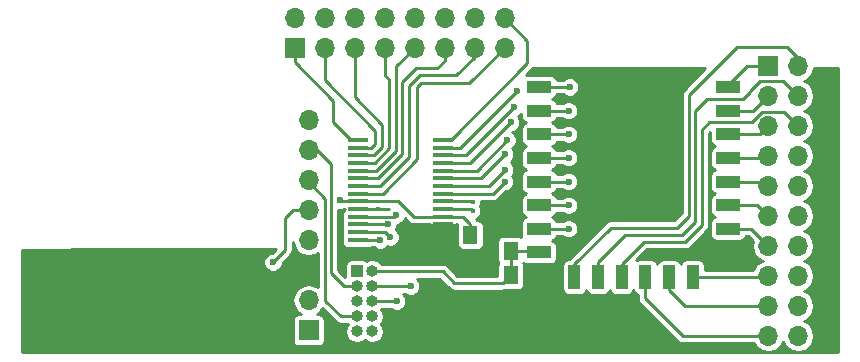
<source format=gbr>
G04 #@! TF.FileFunction,Copper,L1,Top,Signal*
%FSLAX46Y46*%
G04 Gerber Fmt 4.6, Leading zero omitted, Abs format (unit mm)*
G04 Created by KiCad (PCBNEW 4.0.5+dfsg1-4) date Sat Sep  9 17:34:41 2017*
%MOMM*%
%LPD*%
G01*
G04 APERTURE LIST*
%ADD10C,0.100000*%
%ADD11C,0.381000*%
%ADD12R,2.000000X1.000000*%
%ADD13R,1.000000X2.000000*%
%ADD14R,5.000000X5.000000*%
%ADD15R,1.700000X1.700000*%
%ADD16O,1.700000X1.700000*%
%ADD17R,1.250000X1.500000*%
%ADD18R,1.750000X0.450000*%
%ADD19R,1.000000X1.000000*%
%ADD20O,1.000000X1.000000*%
%ADD21C,0.600000*%
%ADD22C,0.250000*%
%ADD23C,0.254000*%
G04 APERTURE END LIST*
D10*
D11*
X125404880Y-109758480D03*
X126222760Y-109758480D03*
X127863600Y-109783880D03*
X127045720Y-109783880D03*
X130286760Y-109804200D03*
X131104640Y-109804200D03*
X129463800Y-109778800D03*
X128645920Y-109778800D03*
X145500000Y-100400000D03*
X155500000Y-111000000D03*
X156300000Y-111000000D03*
X157100000Y-111000000D03*
X157900000Y-111000000D03*
X171100000Y-104200000D03*
X171900000Y-104200000D03*
X169500000Y-104200000D03*
X170300000Y-104200000D03*
X160400000Y-88900000D03*
X161200000Y-88900000D03*
X162000000Y-88900000D03*
X162800000Y-88900000D03*
X169100000Y-101100000D03*
X169900000Y-101100000D03*
X163900000Y-99100000D03*
X164700000Y-99100000D03*
X163900000Y-97100000D03*
X164700000Y-97100000D03*
X149600000Y-103900000D03*
X149600000Y-103100000D03*
X149600000Y-102300000D03*
D12*
X159100000Y-104100000D03*
X159100000Y-100100000D03*
X159100000Y-102100000D03*
X159100000Y-96100000D03*
X159100000Y-98100000D03*
X159100000Y-94100000D03*
X159100000Y-92100000D03*
X159100000Y-90100000D03*
D13*
X162100000Y-106200000D03*
X164100000Y-106200000D03*
X166100000Y-106200000D03*
X168100000Y-106200000D03*
X170100000Y-106200000D03*
X172100000Y-106200000D03*
D12*
X175100000Y-90100000D03*
X175100000Y-92100000D03*
X175100000Y-94100000D03*
X175100000Y-98100000D03*
X175100000Y-96100000D03*
X175100000Y-102100000D03*
X175100000Y-100100000D03*
X175100000Y-104100000D03*
D14*
X167100000Y-98200000D03*
D15*
X138400000Y-86800000D03*
D16*
X138400000Y-84260000D03*
X140940000Y-86800000D03*
X140940000Y-84260000D03*
X143480000Y-86800000D03*
X143480000Y-84260000D03*
X146020000Y-86800000D03*
X146020000Y-84260000D03*
X148560000Y-86800000D03*
X148560000Y-84260000D03*
X151100000Y-86800000D03*
X151100000Y-84260000D03*
X153640000Y-86800000D03*
X153640000Y-84260000D03*
X156180000Y-86800000D03*
X156180000Y-84260000D03*
D17*
X153300000Y-102650000D03*
X153300000Y-105150000D03*
X156700000Y-106050000D03*
X156700000Y-108550000D03*
X156700000Y-103950000D03*
X156700000Y-101450000D03*
D11*
X153500000Y-100600000D03*
X153500000Y-99800000D03*
D18*
X143800000Y-94575000D03*
X143800000Y-95225000D03*
X143800000Y-95875000D03*
X143800000Y-96525000D03*
X143800000Y-97175000D03*
X143800000Y-97825000D03*
X143800000Y-98475000D03*
X143800000Y-99125000D03*
X143800000Y-99775000D03*
X143800000Y-100425000D03*
X143800000Y-101075000D03*
X143800000Y-101725000D03*
X143800000Y-102375000D03*
X143800000Y-103025000D03*
X151000000Y-103025000D03*
X151000000Y-102375000D03*
X151000000Y-101725000D03*
X151000000Y-101075000D03*
X151000000Y-100425000D03*
X151000000Y-99775000D03*
X151000000Y-99125000D03*
X151000000Y-98475000D03*
X151000000Y-97825000D03*
X151000000Y-97175000D03*
X151000000Y-96525000D03*
X151000000Y-95875000D03*
X151000000Y-95225000D03*
X151000000Y-94575000D03*
D19*
X143700000Y-105700000D03*
D20*
X144970000Y-105700000D03*
X143700000Y-106970000D03*
X144970000Y-106970000D03*
X143700000Y-108240000D03*
X144970000Y-108240000D03*
X143700000Y-109510000D03*
X144970000Y-109510000D03*
X143700000Y-110780000D03*
X144970000Y-110780000D03*
D15*
X139600000Y-110700000D03*
D16*
X139600000Y-108160000D03*
X139600000Y-105620000D03*
X139600000Y-103080000D03*
X139600000Y-100540000D03*
X139600000Y-98000000D03*
X139600000Y-95460000D03*
X139600000Y-92920000D03*
D15*
X178500000Y-88300000D03*
D16*
X181040000Y-88300000D03*
X178500000Y-90840000D03*
X181040000Y-90840000D03*
X178500000Y-93380000D03*
X181040000Y-93380000D03*
X178500000Y-95920000D03*
X181040000Y-95920000D03*
X178500000Y-98460000D03*
X181040000Y-98460000D03*
X178500000Y-101000000D03*
X181040000Y-101000000D03*
X178500000Y-103540000D03*
X181040000Y-103540000D03*
X178500000Y-106080000D03*
X181040000Y-106080000D03*
X178500000Y-108620000D03*
X181040000Y-108620000D03*
X178500000Y-111160000D03*
X181040000Y-111160000D03*
D15*
X150300000Y-110300000D03*
D16*
X152840000Y-110300000D03*
D21*
X161600000Y-102100000D03*
X161600000Y-100100000D03*
X161600000Y-98100000D03*
X161600000Y-96100000D03*
X161600000Y-94100000D03*
X161600000Y-92100000D03*
X161700000Y-90100000D03*
X136575800Y-104937560D03*
X142265400Y-99664520D03*
X146502120Y-102809040D03*
X145648680Y-103068120D03*
X146304000Y-101727000D03*
X147050760Y-108234480D03*
X146974560Y-100949760D03*
X148254720Y-106969560D03*
X156200000Y-98100000D03*
X156200000Y-97100000D03*
X156200000Y-95800000D03*
X156400000Y-94600000D03*
X156700000Y-93100000D03*
X157000000Y-91800000D03*
X157200000Y-90400000D03*
D22*
X151000000Y-101725000D02*
X151000000Y-102375000D01*
X143800000Y-100425000D02*
X145475000Y-100425000D01*
X145475000Y-100425000D02*
X145500000Y-100400000D01*
X139600000Y-95460000D02*
X140326560Y-95460000D01*
X140326560Y-95460000D02*
X141470802Y-96604242D01*
X142601120Y-106970000D02*
X143700000Y-106970000D01*
X141470802Y-105839682D02*
X142601120Y-106970000D01*
X141470802Y-96604242D02*
X141470802Y-105839682D01*
X139600000Y-98000000D02*
X139600000Y-98126880D01*
X139600000Y-98126880D02*
X141020800Y-99547680D01*
X142326800Y-109510000D02*
X143700000Y-109510000D01*
X141020800Y-108204000D02*
X142326800Y-109510000D01*
X141020800Y-99547680D02*
X141020800Y-108204000D01*
X175100000Y-90100000D02*
X175100000Y-89900000D01*
X175100000Y-89900000D02*
X176700000Y-88300000D01*
X176700000Y-88300000D02*
X178500000Y-88300000D01*
X175100000Y-92100000D02*
X177240000Y-92100000D01*
X177240000Y-92100000D02*
X178500000Y-90840000D01*
X175100000Y-94100000D02*
X177780000Y-94100000D01*
X177780000Y-94100000D02*
X178500000Y-93380000D01*
X175100000Y-96100000D02*
X178320000Y-96100000D01*
X178320000Y-96100000D02*
X178500000Y-95920000D01*
X175100000Y-98100000D02*
X178140000Y-98100000D01*
X178140000Y-98100000D02*
X178500000Y-98460000D01*
X175100000Y-100100000D02*
X177600000Y-100100000D01*
X177600000Y-100100000D02*
X178500000Y-101000000D01*
X175100000Y-102100000D02*
X177060000Y-102100000D01*
X177060000Y-102100000D02*
X178500000Y-103540000D01*
X172100000Y-106200000D02*
X178380000Y-106200000D01*
X178380000Y-106200000D02*
X178500000Y-106080000D01*
X170100000Y-106200000D02*
X170100000Y-107300000D01*
X171420000Y-108620000D02*
X178500000Y-108620000D01*
X170100000Y-107300000D02*
X171420000Y-108620000D01*
X168100000Y-106200000D02*
X168100000Y-108000000D01*
X171260000Y-111160000D02*
X178500000Y-111160000D01*
X168100000Y-108000000D02*
X171260000Y-111160000D01*
X162100000Y-106200000D02*
X162100000Y-105100000D01*
X180100000Y-86700000D02*
X181040000Y-87640000D01*
X175900000Y-86700000D02*
X180100000Y-86700000D01*
X171800000Y-90800000D02*
X175900000Y-86700000D01*
X171800000Y-101000000D02*
X171800000Y-90800000D01*
X170800000Y-102000000D02*
X171800000Y-101000000D01*
X165200000Y-102000000D02*
X170800000Y-102000000D01*
X162100000Y-105100000D02*
X165200000Y-102000000D01*
X181040000Y-87640000D02*
X181040000Y-88300000D01*
X164100000Y-106200000D02*
X164100000Y-104900000D01*
X179800000Y-89600000D02*
X181040000Y-90840000D01*
X177800000Y-89600000D02*
X179800000Y-89600000D01*
X177000000Y-90400000D02*
X177800000Y-89600000D01*
X177000000Y-90500000D02*
X177000000Y-90400000D01*
X176400000Y-91100000D02*
X177000000Y-90500000D01*
X173300000Y-91100000D02*
X176400000Y-91100000D01*
X172300000Y-92100000D02*
X173300000Y-91100000D01*
X172300000Y-101500000D02*
X172300000Y-92100000D01*
X171200000Y-102600000D02*
X172300000Y-101500000D01*
X166400000Y-102600000D02*
X171200000Y-102600000D01*
X164100000Y-104900000D02*
X166400000Y-102600000D01*
X166100000Y-106200000D02*
X166100000Y-105100000D01*
X179860000Y-92200000D02*
X181040000Y-93380000D01*
X178000000Y-92200000D02*
X179860000Y-92200000D01*
X177100000Y-93100000D02*
X178000000Y-92200000D01*
X173500000Y-93100000D02*
X177100000Y-93100000D01*
X172900000Y-93700000D02*
X173500000Y-93100000D01*
X172900000Y-101800000D02*
X172900000Y-93700000D01*
X171500000Y-103200000D02*
X172900000Y-101800000D01*
X168000000Y-103200000D02*
X171500000Y-103200000D01*
X166100000Y-105100000D02*
X168000000Y-103200000D01*
X159100000Y-102100000D02*
X161600000Y-102100000D01*
X159100000Y-100100000D02*
X161600000Y-100100000D01*
X159100000Y-98100000D02*
X161600000Y-98100000D01*
X159100000Y-96100000D02*
X161600000Y-96100000D01*
X159100000Y-94100000D02*
X161600000Y-94100000D01*
X159100000Y-92100000D02*
X161600000Y-92100000D01*
X159100000Y-90100000D02*
X161700000Y-90100000D01*
X138280960Y-100540000D02*
X139600000Y-100540000D01*
X137612120Y-101208840D02*
X138280960Y-100540000D01*
X137612120Y-103901240D02*
X137612120Y-101208840D01*
X136575800Y-104937560D02*
X137612120Y-103901240D01*
X142265400Y-99664520D02*
X142375000Y-99775000D01*
X142375000Y-99775000D02*
X143800000Y-99775000D01*
X153300000Y-102650000D02*
X153300000Y-102800000D01*
X143800000Y-99775000D02*
X147175000Y-99775000D01*
X148475000Y-101075000D02*
X151000000Y-101075000D01*
X147175000Y-99775000D02*
X148475000Y-101075000D01*
X151000000Y-101075000D02*
X152675000Y-101075000D01*
X152675000Y-101075000D02*
X153300000Y-101700000D01*
X153300000Y-101700000D02*
X153300000Y-102650000D01*
X143800000Y-102375000D02*
X146068080Y-102375000D01*
X146068080Y-102375000D02*
X146502120Y-102809040D01*
X145648680Y-103068120D02*
X145605560Y-103025000D01*
X145605560Y-103025000D02*
X143800000Y-103025000D01*
X144970000Y-108240000D02*
X147045240Y-108240000D01*
X146302000Y-101725000D02*
X143800000Y-101725000D01*
X146304000Y-101727000D02*
X146302000Y-101725000D01*
X147045240Y-108240000D02*
X147050760Y-108234480D01*
X144970000Y-108240000D02*
X145360000Y-108240000D01*
X144970000Y-106970000D02*
X148254280Y-106970000D01*
X146849320Y-101075000D02*
X143800000Y-101075000D01*
X146974560Y-100949760D02*
X146849320Y-101075000D01*
X148254280Y-106970000D02*
X148254720Y-106969560D01*
X151000000Y-99125000D02*
X155175000Y-99125000D01*
X155175000Y-99125000D02*
X156200000Y-98100000D01*
X151000000Y-98475000D02*
X154825000Y-98475000D01*
X154825000Y-98475000D02*
X156200000Y-97100000D01*
X151000000Y-97825000D02*
X154175000Y-97825000D01*
X154175000Y-97825000D02*
X156200000Y-95800000D01*
X151000000Y-97175000D02*
X153825000Y-97175000D01*
X153825000Y-97175000D02*
X156400000Y-94600000D01*
X151000000Y-100425000D02*
X153325000Y-100425000D01*
X153325000Y-100425000D02*
X153500000Y-100600000D01*
X151000000Y-99775000D02*
X153425000Y-99775000D01*
X144970000Y-105700000D02*
X150932320Y-105700000D01*
X156054760Y-106695240D02*
X156700000Y-106050000D01*
X151927560Y-106695240D02*
X156054760Y-106695240D01*
X150932320Y-105700000D02*
X151927560Y-106695240D01*
X144970000Y-105700000D02*
X145300000Y-105700000D01*
X156700000Y-103950000D02*
X158950000Y-103950000D01*
X158950000Y-103950000D02*
X159100000Y-104100000D01*
X156700000Y-106050000D02*
X156700000Y-103950000D01*
X143800000Y-94575000D02*
X143175000Y-94575000D01*
X143175000Y-94575000D02*
X141700000Y-93100000D01*
X141700000Y-93100000D02*
X141700000Y-91300000D01*
X141700000Y-91300000D02*
X138400000Y-88000000D01*
X138400000Y-88000000D02*
X138400000Y-86800000D01*
X143800000Y-95225000D02*
X144875000Y-95225000D01*
X140940000Y-89540000D02*
X140940000Y-86800000D01*
X145200000Y-93800000D02*
X140940000Y-89540000D01*
X145200000Y-94900000D02*
X145200000Y-93800000D01*
X144875000Y-95225000D02*
X145200000Y-94900000D01*
X143800000Y-95875000D02*
X145125000Y-95875000D01*
X143480000Y-90980000D02*
X143480000Y-86800000D01*
X145800000Y-93300000D02*
X143480000Y-90980000D01*
X145800000Y-95200000D02*
X145800000Y-93300000D01*
X145125000Y-95875000D02*
X145800000Y-95200000D01*
X143800000Y-96525000D02*
X145175000Y-96525000D01*
X146020000Y-89120000D02*
X146020000Y-86800000D01*
X146400000Y-89500000D02*
X146020000Y-89120000D01*
X146400000Y-95300000D02*
X146400000Y-89500000D01*
X145175000Y-96525000D02*
X146400000Y-95300000D01*
X143800000Y-97175000D02*
X145325000Y-97175000D01*
X147000000Y-88360000D02*
X148560000Y-86800000D01*
X147000000Y-95500000D02*
X147000000Y-88360000D01*
X145325000Y-97175000D02*
X147000000Y-95500000D01*
X151000000Y-96525000D02*
X153275000Y-96525000D01*
X153275000Y-96525000D02*
X156700000Y-93100000D01*
X143800000Y-97825000D02*
X145475000Y-97825000D01*
X151100000Y-87900000D02*
X151100000Y-86800000D01*
X150500000Y-88500000D02*
X151100000Y-87900000D01*
X148700000Y-88500000D02*
X150500000Y-88500000D01*
X147500000Y-89700000D02*
X148700000Y-88500000D01*
X147500000Y-95800000D02*
X147500000Y-89700000D01*
X145475000Y-97825000D02*
X147500000Y-95800000D01*
X151000000Y-95875000D02*
X152925000Y-95875000D01*
X152925000Y-95875000D02*
X157000000Y-91800000D01*
X143800000Y-98475000D02*
X145625000Y-98475000D01*
X152100000Y-89100000D02*
X153640000Y-87560000D01*
X149000000Y-89100000D02*
X152100000Y-89100000D01*
X148100000Y-90000000D02*
X149000000Y-89100000D01*
X148100000Y-96000000D02*
X148100000Y-90000000D01*
X145625000Y-98475000D02*
X148100000Y-96000000D01*
X153640000Y-87560000D02*
X153640000Y-86800000D01*
X151000000Y-95225000D02*
X152375000Y-95225000D01*
X152375000Y-95225000D02*
X157200000Y-90400000D01*
X143800000Y-99125000D02*
X145875000Y-99125000D01*
X153180000Y-89800000D02*
X156180000Y-86800000D01*
X149100000Y-89800000D02*
X153180000Y-89800000D01*
X148800000Y-90100000D02*
X149100000Y-89800000D01*
X148800000Y-96200000D02*
X148800000Y-90100000D01*
X145875000Y-99125000D02*
X148800000Y-96200000D01*
X151000000Y-94575000D02*
X151625000Y-94575000D01*
X151625000Y-94575000D02*
X158100000Y-88100000D01*
X158100000Y-88100000D02*
X158100000Y-86180000D01*
X158100000Y-86180000D02*
X156180000Y-84260000D01*
D23*
G36*
X171352401Y-90352401D02*
X171215184Y-90557761D01*
X171166999Y-90800000D01*
X171167000Y-90800005D01*
X171167000Y-100737803D01*
X170537802Y-101367000D01*
X165200005Y-101367000D01*
X165200000Y-101366999D01*
X164957761Y-101415184D01*
X164752401Y-101552401D01*
X161652401Y-104652401D01*
X161632592Y-104682048D01*
X161600000Y-104682048D01*
X161411747Y-104717470D01*
X161238847Y-104828728D01*
X161122855Y-104998488D01*
X161082048Y-105200000D01*
X161082048Y-107200000D01*
X161117470Y-107388253D01*
X161228728Y-107561153D01*
X161398488Y-107677145D01*
X161600000Y-107717952D01*
X162600000Y-107717952D01*
X162788253Y-107682530D01*
X162961153Y-107571272D01*
X163077145Y-107401512D01*
X163099341Y-107291905D01*
X163117470Y-107388253D01*
X163228728Y-107561153D01*
X163398488Y-107677145D01*
X163600000Y-107717952D01*
X164600000Y-107717952D01*
X164788253Y-107682530D01*
X164961153Y-107571272D01*
X165077145Y-107401512D01*
X165099341Y-107291905D01*
X165117470Y-107388253D01*
X165228728Y-107561153D01*
X165398488Y-107677145D01*
X165600000Y-107717952D01*
X166600000Y-107717952D01*
X166788253Y-107682530D01*
X166961153Y-107571272D01*
X167077145Y-107401512D01*
X167099341Y-107291905D01*
X167117470Y-107388253D01*
X167228728Y-107561153D01*
X167398488Y-107677145D01*
X167467000Y-107691019D01*
X167467000Y-107999995D01*
X167466999Y-108000000D01*
X167515184Y-108242239D01*
X167652401Y-108447599D01*
X170812399Y-111607596D01*
X170812401Y-111607599D01*
X171017761Y-111744816D01*
X171051424Y-111751512D01*
X171260000Y-111793001D01*
X171260005Y-111793000D01*
X177294482Y-111793000D01*
X177513144Y-112120251D01*
X177953711Y-112414628D01*
X178473395Y-112518000D01*
X178526605Y-112518000D01*
X179046289Y-112414628D01*
X179486856Y-112120251D01*
X179770000Y-111696495D01*
X180053144Y-112120251D01*
X180493711Y-112414628D01*
X181013395Y-112518000D01*
X181066605Y-112518000D01*
X181586289Y-112414628D01*
X182026856Y-112120251D01*
X182321233Y-111679684D01*
X182424605Y-111160000D01*
X182321233Y-110640316D01*
X182026856Y-110199749D01*
X181586289Y-109905372D01*
X181509009Y-109890000D01*
X181586289Y-109874628D01*
X182026856Y-109580251D01*
X182321233Y-109139684D01*
X182424605Y-108620000D01*
X182321233Y-108100316D01*
X182026856Y-107659749D01*
X181586289Y-107365372D01*
X181509009Y-107350000D01*
X181586289Y-107334628D01*
X182026856Y-107040251D01*
X182321233Y-106599684D01*
X182424605Y-106080000D01*
X182321233Y-105560316D01*
X182026856Y-105119749D01*
X181586289Y-104825372D01*
X181509009Y-104810000D01*
X181586289Y-104794628D01*
X182026856Y-104500251D01*
X182321233Y-104059684D01*
X182424605Y-103540000D01*
X182321233Y-103020316D01*
X182026856Y-102579749D01*
X181586289Y-102285372D01*
X181509009Y-102270000D01*
X181586289Y-102254628D01*
X182026856Y-101960251D01*
X182321233Y-101519684D01*
X182424605Y-101000000D01*
X182321233Y-100480316D01*
X182026856Y-100039749D01*
X181586289Y-99745372D01*
X181509009Y-99730000D01*
X181586289Y-99714628D01*
X182026856Y-99420251D01*
X182321233Y-98979684D01*
X182424605Y-98460000D01*
X182321233Y-97940316D01*
X182026856Y-97499749D01*
X181586289Y-97205372D01*
X181509009Y-97190000D01*
X181586289Y-97174628D01*
X182026856Y-96880251D01*
X182321233Y-96439684D01*
X182424605Y-95920000D01*
X182321233Y-95400316D01*
X182026856Y-94959749D01*
X181586289Y-94665372D01*
X181509009Y-94650000D01*
X181586289Y-94634628D01*
X182026856Y-94340251D01*
X182321233Y-93899684D01*
X182424605Y-93380000D01*
X182321233Y-92860316D01*
X182026856Y-92419749D01*
X181586289Y-92125372D01*
X181509009Y-92110000D01*
X181586289Y-92094628D01*
X182026856Y-91800251D01*
X182321233Y-91359684D01*
X182424605Y-90840000D01*
X182321233Y-90320316D01*
X182026856Y-89879749D01*
X181586289Y-89585372D01*
X181509009Y-89570000D01*
X181586289Y-89554628D01*
X182026856Y-89260251D01*
X182321233Y-88819684D01*
X182379452Y-88527000D01*
X184442000Y-88527000D01*
X184442000Y-112522000D01*
X136750000Y-112522000D01*
X136745000Y-112522995D01*
X136740000Y-112522000D01*
X127890000Y-112522000D01*
X127886602Y-112522676D01*
X127883038Y-112521967D01*
X115327000Y-112521967D01*
X115327000Y-103906811D01*
X119257073Y-103906811D01*
X119362676Y-103885805D01*
X119468483Y-103865212D01*
X119469461Y-103864565D01*
X119470610Y-103864336D01*
X119526487Y-103827000D01*
X136791163Y-103827000D01*
X136488679Y-104129483D01*
X136415784Y-104129420D01*
X136118703Y-104252171D01*
X135891210Y-104479267D01*
X135767940Y-104776134D01*
X135767660Y-105097576D01*
X135890411Y-105394657D01*
X136117507Y-105622150D01*
X136414374Y-105745420D01*
X136735816Y-105745700D01*
X137032897Y-105622949D01*
X137260390Y-105395853D01*
X137383660Y-105098986D01*
X137383725Y-105024833D01*
X138059716Y-104348841D01*
X138059719Y-104348839D01*
X138196936Y-104143479D01*
X138213604Y-104059684D01*
X138245121Y-103901240D01*
X138245120Y-103901235D01*
X138245120Y-103229437D01*
X138318767Y-103599684D01*
X138613144Y-104040251D01*
X139053711Y-104334628D01*
X139573395Y-104438000D01*
X139626605Y-104438000D01*
X140146289Y-104334628D01*
X140387800Y-104173256D01*
X140387800Y-107066744D01*
X140146289Y-106905372D01*
X139626605Y-106802000D01*
X139573395Y-106802000D01*
X139053711Y-106905372D01*
X138613144Y-107199749D01*
X138318767Y-107640316D01*
X138215395Y-108160000D01*
X138318767Y-108679684D01*
X138613144Y-109120251D01*
X138930121Y-109332048D01*
X138750000Y-109332048D01*
X138561747Y-109367470D01*
X138388847Y-109478728D01*
X138272855Y-109648488D01*
X138232048Y-109850000D01*
X138232048Y-111550000D01*
X138267470Y-111738253D01*
X138378728Y-111911153D01*
X138548488Y-112027145D01*
X138750000Y-112067952D01*
X140450000Y-112067952D01*
X140638253Y-112032530D01*
X140811153Y-111921272D01*
X140927145Y-111751512D01*
X140967952Y-111550000D01*
X140967952Y-109850000D01*
X140932530Y-109661747D01*
X140821272Y-109488847D01*
X140651512Y-109372855D01*
X140450000Y-109332048D01*
X140269879Y-109332048D01*
X140586856Y-109120251D01*
X140769102Y-108847500D01*
X141879201Y-109957599D01*
X142084561Y-110094816D01*
X142124752Y-110102810D01*
X142326800Y-110143001D01*
X142326805Y-110143000D01*
X142914191Y-110143000D01*
X142915528Y-110145000D01*
X142748981Y-110394255D01*
X142672252Y-110780000D01*
X142748981Y-111165745D01*
X142967488Y-111492764D01*
X143294507Y-111711271D01*
X143680252Y-111788000D01*
X143719748Y-111788000D01*
X144105493Y-111711271D01*
X144335000Y-111557919D01*
X144564507Y-111711271D01*
X144950252Y-111788000D01*
X144989748Y-111788000D01*
X145375493Y-111711271D01*
X145702512Y-111492764D01*
X145921019Y-111165745D01*
X145997748Y-110780000D01*
X145921019Y-110394255D01*
X145754472Y-110145000D01*
X145921019Y-109895745D01*
X145997748Y-109510000D01*
X145921019Y-109124255D01*
X145754472Y-108875000D01*
X145755809Y-108873000D01*
X146546477Y-108873000D01*
X146592467Y-108919070D01*
X146889334Y-109042340D01*
X147210776Y-109042620D01*
X147507857Y-108919869D01*
X147735350Y-108692773D01*
X147858620Y-108395906D01*
X147858900Y-108074464D01*
X147736149Y-107777383D01*
X147562070Y-107603000D01*
X147745366Y-107603000D01*
X147796427Y-107654150D01*
X148093294Y-107777420D01*
X148414736Y-107777700D01*
X148711817Y-107654949D01*
X148939310Y-107427853D01*
X149062580Y-107130986D01*
X149062860Y-106809544D01*
X148940109Y-106512463D01*
X148760959Y-106333000D01*
X150670122Y-106333000D01*
X151479961Y-107142839D01*
X151685321Y-107280056D01*
X151697759Y-107282530D01*
X151927560Y-107328241D01*
X151927565Y-107328240D01*
X156054755Y-107328240D01*
X156054760Y-107328241D01*
X156106486Y-107317952D01*
X157325000Y-107317952D01*
X157513253Y-107282530D01*
X157686153Y-107171272D01*
X157802145Y-107001512D01*
X157842952Y-106800000D01*
X157842952Y-105300000D01*
X157807530Y-105111747D01*
X157735249Y-104999418D01*
X157750997Y-104976369D01*
X157898488Y-105077145D01*
X158100000Y-105117952D01*
X160100000Y-105117952D01*
X160288253Y-105082530D01*
X160461153Y-104971272D01*
X160577145Y-104801512D01*
X160617952Y-104600000D01*
X160617952Y-103600000D01*
X160582530Y-103411747D01*
X160471272Y-103238847D01*
X160301512Y-103122855D01*
X160191905Y-103100659D01*
X160288253Y-103082530D01*
X160461153Y-102971272D01*
X160577145Y-102801512D01*
X160591019Y-102733000D01*
X161090207Y-102733000D01*
X161141707Y-102784590D01*
X161438574Y-102907860D01*
X161760016Y-102908140D01*
X162057097Y-102785389D01*
X162284590Y-102558293D01*
X162407860Y-102261426D01*
X162408140Y-101939984D01*
X162285389Y-101642903D01*
X162058293Y-101415410D01*
X161761426Y-101292140D01*
X161439984Y-101291860D01*
X161142903Y-101414611D01*
X161090422Y-101467000D01*
X160592926Y-101467000D01*
X160582530Y-101411747D01*
X160471272Y-101238847D01*
X160301512Y-101122855D01*
X160191905Y-101100659D01*
X160288253Y-101082530D01*
X160461153Y-100971272D01*
X160577145Y-100801512D01*
X160591019Y-100733000D01*
X161090207Y-100733000D01*
X161141707Y-100784590D01*
X161438574Y-100907860D01*
X161760016Y-100908140D01*
X162057097Y-100785389D01*
X162284590Y-100558293D01*
X162407860Y-100261426D01*
X162408140Y-99939984D01*
X162285389Y-99642903D01*
X162058293Y-99415410D01*
X161761426Y-99292140D01*
X161439984Y-99291860D01*
X161142903Y-99414611D01*
X161090422Y-99467000D01*
X160592926Y-99467000D01*
X160582530Y-99411747D01*
X160471272Y-99238847D01*
X160301512Y-99122855D01*
X160191905Y-99100659D01*
X160288253Y-99082530D01*
X160461153Y-98971272D01*
X160577145Y-98801512D01*
X160591019Y-98733000D01*
X161090207Y-98733000D01*
X161141707Y-98784590D01*
X161438574Y-98907860D01*
X161760016Y-98908140D01*
X162057097Y-98785389D01*
X162284590Y-98558293D01*
X162407860Y-98261426D01*
X162408140Y-97939984D01*
X162285389Y-97642903D01*
X162058293Y-97415410D01*
X161761426Y-97292140D01*
X161439984Y-97291860D01*
X161142903Y-97414611D01*
X161090422Y-97467000D01*
X160592926Y-97467000D01*
X160582530Y-97411747D01*
X160471272Y-97238847D01*
X160301512Y-97122855D01*
X160191905Y-97100659D01*
X160288253Y-97082530D01*
X160461153Y-96971272D01*
X160577145Y-96801512D01*
X160591019Y-96733000D01*
X161090207Y-96733000D01*
X161141707Y-96784590D01*
X161438574Y-96907860D01*
X161760016Y-96908140D01*
X162057097Y-96785389D01*
X162284590Y-96558293D01*
X162407860Y-96261426D01*
X162408140Y-95939984D01*
X162285389Y-95642903D01*
X162058293Y-95415410D01*
X161761426Y-95292140D01*
X161439984Y-95291860D01*
X161142903Y-95414611D01*
X161090422Y-95467000D01*
X160592926Y-95467000D01*
X160582530Y-95411747D01*
X160471272Y-95238847D01*
X160301512Y-95122855D01*
X160191905Y-95100659D01*
X160288253Y-95082530D01*
X160461153Y-94971272D01*
X160577145Y-94801512D01*
X160591019Y-94733000D01*
X161090207Y-94733000D01*
X161141707Y-94784590D01*
X161438574Y-94907860D01*
X161760016Y-94908140D01*
X162057097Y-94785389D01*
X162284590Y-94558293D01*
X162407860Y-94261426D01*
X162408140Y-93939984D01*
X162285389Y-93642903D01*
X162058293Y-93415410D01*
X161761426Y-93292140D01*
X161439984Y-93291860D01*
X161142903Y-93414611D01*
X161090422Y-93467000D01*
X160592926Y-93467000D01*
X160582530Y-93411747D01*
X160471272Y-93238847D01*
X160301512Y-93122855D01*
X160191905Y-93100659D01*
X160288253Y-93082530D01*
X160461153Y-92971272D01*
X160577145Y-92801512D01*
X160591019Y-92733000D01*
X161090207Y-92733000D01*
X161141707Y-92784590D01*
X161438574Y-92907860D01*
X161760016Y-92908140D01*
X162057097Y-92785389D01*
X162284590Y-92558293D01*
X162407860Y-92261426D01*
X162408140Y-91939984D01*
X162285389Y-91642903D01*
X162058293Y-91415410D01*
X161761426Y-91292140D01*
X161439984Y-91291860D01*
X161142903Y-91414611D01*
X161090422Y-91467000D01*
X160592926Y-91467000D01*
X160582530Y-91411747D01*
X160471272Y-91238847D01*
X160301512Y-91122855D01*
X160191905Y-91100659D01*
X160288253Y-91082530D01*
X160461153Y-90971272D01*
X160577145Y-90801512D01*
X160591019Y-90733000D01*
X161190207Y-90733000D01*
X161241707Y-90784590D01*
X161538574Y-90907860D01*
X161860016Y-90908140D01*
X162157097Y-90785389D01*
X162384590Y-90558293D01*
X162507860Y-90261426D01*
X162508140Y-89939984D01*
X162385389Y-89642903D01*
X162158293Y-89415410D01*
X161861426Y-89292140D01*
X161539984Y-89291860D01*
X161242903Y-89414611D01*
X161190422Y-89467000D01*
X160592926Y-89467000D01*
X160582530Y-89411747D01*
X160471272Y-89238847D01*
X160301512Y-89122855D01*
X160100000Y-89082048D01*
X158100000Y-89082048D01*
X157993019Y-89102178D01*
X158547596Y-88547601D01*
X158547599Y-88547599D01*
X158561363Y-88527000D01*
X173177802Y-88527000D01*
X171352401Y-90352401D01*
X171352401Y-90352401D01*
G37*
X171352401Y-90352401D02*
X171215184Y-90557761D01*
X171166999Y-90800000D01*
X171167000Y-90800005D01*
X171167000Y-100737803D01*
X170537802Y-101367000D01*
X165200005Y-101367000D01*
X165200000Y-101366999D01*
X164957761Y-101415184D01*
X164752401Y-101552401D01*
X161652401Y-104652401D01*
X161632592Y-104682048D01*
X161600000Y-104682048D01*
X161411747Y-104717470D01*
X161238847Y-104828728D01*
X161122855Y-104998488D01*
X161082048Y-105200000D01*
X161082048Y-107200000D01*
X161117470Y-107388253D01*
X161228728Y-107561153D01*
X161398488Y-107677145D01*
X161600000Y-107717952D01*
X162600000Y-107717952D01*
X162788253Y-107682530D01*
X162961153Y-107571272D01*
X163077145Y-107401512D01*
X163099341Y-107291905D01*
X163117470Y-107388253D01*
X163228728Y-107561153D01*
X163398488Y-107677145D01*
X163600000Y-107717952D01*
X164600000Y-107717952D01*
X164788253Y-107682530D01*
X164961153Y-107571272D01*
X165077145Y-107401512D01*
X165099341Y-107291905D01*
X165117470Y-107388253D01*
X165228728Y-107561153D01*
X165398488Y-107677145D01*
X165600000Y-107717952D01*
X166600000Y-107717952D01*
X166788253Y-107682530D01*
X166961153Y-107571272D01*
X167077145Y-107401512D01*
X167099341Y-107291905D01*
X167117470Y-107388253D01*
X167228728Y-107561153D01*
X167398488Y-107677145D01*
X167467000Y-107691019D01*
X167467000Y-107999995D01*
X167466999Y-108000000D01*
X167515184Y-108242239D01*
X167652401Y-108447599D01*
X170812399Y-111607596D01*
X170812401Y-111607599D01*
X171017761Y-111744816D01*
X171051424Y-111751512D01*
X171260000Y-111793001D01*
X171260005Y-111793000D01*
X177294482Y-111793000D01*
X177513144Y-112120251D01*
X177953711Y-112414628D01*
X178473395Y-112518000D01*
X178526605Y-112518000D01*
X179046289Y-112414628D01*
X179486856Y-112120251D01*
X179770000Y-111696495D01*
X180053144Y-112120251D01*
X180493711Y-112414628D01*
X181013395Y-112518000D01*
X181066605Y-112518000D01*
X181586289Y-112414628D01*
X182026856Y-112120251D01*
X182321233Y-111679684D01*
X182424605Y-111160000D01*
X182321233Y-110640316D01*
X182026856Y-110199749D01*
X181586289Y-109905372D01*
X181509009Y-109890000D01*
X181586289Y-109874628D01*
X182026856Y-109580251D01*
X182321233Y-109139684D01*
X182424605Y-108620000D01*
X182321233Y-108100316D01*
X182026856Y-107659749D01*
X181586289Y-107365372D01*
X181509009Y-107350000D01*
X181586289Y-107334628D01*
X182026856Y-107040251D01*
X182321233Y-106599684D01*
X182424605Y-106080000D01*
X182321233Y-105560316D01*
X182026856Y-105119749D01*
X181586289Y-104825372D01*
X181509009Y-104810000D01*
X181586289Y-104794628D01*
X182026856Y-104500251D01*
X182321233Y-104059684D01*
X182424605Y-103540000D01*
X182321233Y-103020316D01*
X182026856Y-102579749D01*
X181586289Y-102285372D01*
X181509009Y-102270000D01*
X181586289Y-102254628D01*
X182026856Y-101960251D01*
X182321233Y-101519684D01*
X182424605Y-101000000D01*
X182321233Y-100480316D01*
X182026856Y-100039749D01*
X181586289Y-99745372D01*
X181509009Y-99730000D01*
X181586289Y-99714628D01*
X182026856Y-99420251D01*
X182321233Y-98979684D01*
X182424605Y-98460000D01*
X182321233Y-97940316D01*
X182026856Y-97499749D01*
X181586289Y-97205372D01*
X181509009Y-97190000D01*
X181586289Y-97174628D01*
X182026856Y-96880251D01*
X182321233Y-96439684D01*
X182424605Y-95920000D01*
X182321233Y-95400316D01*
X182026856Y-94959749D01*
X181586289Y-94665372D01*
X181509009Y-94650000D01*
X181586289Y-94634628D01*
X182026856Y-94340251D01*
X182321233Y-93899684D01*
X182424605Y-93380000D01*
X182321233Y-92860316D01*
X182026856Y-92419749D01*
X181586289Y-92125372D01*
X181509009Y-92110000D01*
X181586289Y-92094628D01*
X182026856Y-91800251D01*
X182321233Y-91359684D01*
X182424605Y-90840000D01*
X182321233Y-90320316D01*
X182026856Y-89879749D01*
X181586289Y-89585372D01*
X181509009Y-89570000D01*
X181586289Y-89554628D01*
X182026856Y-89260251D01*
X182321233Y-88819684D01*
X182379452Y-88527000D01*
X184442000Y-88527000D01*
X184442000Y-112522000D01*
X136750000Y-112522000D01*
X136745000Y-112522995D01*
X136740000Y-112522000D01*
X127890000Y-112522000D01*
X127886602Y-112522676D01*
X127883038Y-112521967D01*
X115327000Y-112521967D01*
X115327000Y-103906811D01*
X119257073Y-103906811D01*
X119362676Y-103885805D01*
X119468483Y-103865212D01*
X119469461Y-103864565D01*
X119470610Y-103864336D01*
X119526487Y-103827000D01*
X136791163Y-103827000D01*
X136488679Y-104129483D01*
X136415784Y-104129420D01*
X136118703Y-104252171D01*
X135891210Y-104479267D01*
X135767940Y-104776134D01*
X135767660Y-105097576D01*
X135890411Y-105394657D01*
X136117507Y-105622150D01*
X136414374Y-105745420D01*
X136735816Y-105745700D01*
X137032897Y-105622949D01*
X137260390Y-105395853D01*
X137383660Y-105098986D01*
X137383725Y-105024833D01*
X138059716Y-104348841D01*
X138059719Y-104348839D01*
X138196936Y-104143479D01*
X138213604Y-104059684D01*
X138245121Y-103901240D01*
X138245120Y-103901235D01*
X138245120Y-103229437D01*
X138318767Y-103599684D01*
X138613144Y-104040251D01*
X139053711Y-104334628D01*
X139573395Y-104438000D01*
X139626605Y-104438000D01*
X140146289Y-104334628D01*
X140387800Y-104173256D01*
X140387800Y-107066744D01*
X140146289Y-106905372D01*
X139626605Y-106802000D01*
X139573395Y-106802000D01*
X139053711Y-106905372D01*
X138613144Y-107199749D01*
X138318767Y-107640316D01*
X138215395Y-108160000D01*
X138318767Y-108679684D01*
X138613144Y-109120251D01*
X138930121Y-109332048D01*
X138750000Y-109332048D01*
X138561747Y-109367470D01*
X138388847Y-109478728D01*
X138272855Y-109648488D01*
X138232048Y-109850000D01*
X138232048Y-111550000D01*
X138267470Y-111738253D01*
X138378728Y-111911153D01*
X138548488Y-112027145D01*
X138750000Y-112067952D01*
X140450000Y-112067952D01*
X140638253Y-112032530D01*
X140811153Y-111921272D01*
X140927145Y-111751512D01*
X140967952Y-111550000D01*
X140967952Y-109850000D01*
X140932530Y-109661747D01*
X140821272Y-109488847D01*
X140651512Y-109372855D01*
X140450000Y-109332048D01*
X140269879Y-109332048D01*
X140586856Y-109120251D01*
X140769102Y-108847500D01*
X141879201Y-109957599D01*
X142084561Y-110094816D01*
X142124752Y-110102810D01*
X142326800Y-110143001D01*
X142326805Y-110143000D01*
X142914191Y-110143000D01*
X142915528Y-110145000D01*
X142748981Y-110394255D01*
X142672252Y-110780000D01*
X142748981Y-111165745D01*
X142967488Y-111492764D01*
X143294507Y-111711271D01*
X143680252Y-111788000D01*
X143719748Y-111788000D01*
X144105493Y-111711271D01*
X144335000Y-111557919D01*
X144564507Y-111711271D01*
X144950252Y-111788000D01*
X144989748Y-111788000D01*
X145375493Y-111711271D01*
X145702512Y-111492764D01*
X145921019Y-111165745D01*
X145997748Y-110780000D01*
X145921019Y-110394255D01*
X145754472Y-110145000D01*
X145921019Y-109895745D01*
X145997748Y-109510000D01*
X145921019Y-109124255D01*
X145754472Y-108875000D01*
X145755809Y-108873000D01*
X146546477Y-108873000D01*
X146592467Y-108919070D01*
X146889334Y-109042340D01*
X147210776Y-109042620D01*
X147507857Y-108919869D01*
X147735350Y-108692773D01*
X147858620Y-108395906D01*
X147858900Y-108074464D01*
X147736149Y-107777383D01*
X147562070Y-107603000D01*
X147745366Y-107603000D01*
X147796427Y-107654150D01*
X148093294Y-107777420D01*
X148414736Y-107777700D01*
X148711817Y-107654949D01*
X148939310Y-107427853D01*
X149062580Y-107130986D01*
X149062860Y-106809544D01*
X148940109Y-106512463D01*
X148760959Y-106333000D01*
X150670122Y-106333000D01*
X151479961Y-107142839D01*
X151685321Y-107280056D01*
X151697759Y-107282530D01*
X151927560Y-107328241D01*
X151927565Y-107328240D01*
X156054755Y-107328240D01*
X156054760Y-107328241D01*
X156106486Y-107317952D01*
X157325000Y-107317952D01*
X157513253Y-107282530D01*
X157686153Y-107171272D01*
X157802145Y-107001512D01*
X157842952Y-106800000D01*
X157842952Y-105300000D01*
X157807530Y-105111747D01*
X157735249Y-104999418D01*
X157750997Y-104976369D01*
X157898488Y-105077145D01*
X158100000Y-105117952D01*
X160100000Y-105117952D01*
X160288253Y-105082530D01*
X160461153Y-104971272D01*
X160577145Y-104801512D01*
X160617952Y-104600000D01*
X160617952Y-103600000D01*
X160582530Y-103411747D01*
X160471272Y-103238847D01*
X160301512Y-103122855D01*
X160191905Y-103100659D01*
X160288253Y-103082530D01*
X160461153Y-102971272D01*
X160577145Y-102801512D01*
X160591019Y-102733000D01*
X161090207Y-102733000D01*
X161141707Y-102784590D01*
X161438574Y-102907860D01*
X161760016Y-102908140D01*
X162057097Y-102785389D01*
X162284590Y-102558293D01*
X162407860Y-102261426D01*
X162408140Y-101939984D01*
X162285389Y-101642903D01*
X162058293Y-101415410D01*
X161761426Y-101292140D01*
X161439984Y-101291860D01*
X161142903Y-101414611D01*
X161090422Y-101467000D01*
X160592926Y-101467000D01*
X160582530Y-101411747D01*
X160471272Y-101238847D01*
X160301512Y-101122855D01*
X160191905Y-101100659D01*
X160288253Y-101082530D01*
X160461153Y-100971272D01*
X160577145Y-100801512D01*
X160591019Y-100733000D01*
X161090207Y-100733000D01*
X161141707Y-100784590D01*
X161438574Y-100907860D01*
X161760016Y-100908140D01*
X162057097Y-100785389D01*
X162284590Y-100558293D01*
X162407860Y-100261426D01*
X162408140Y-99939984D01*
X162285389Y-99642903D01*
X162058293Y-99415410D01*
X161761426Y-99292140D01*
X161439984Y-99291860D01*
X161142903Y-99414611D01*
X161090422Y-99467000D01*
X160592926Y-99467000D01*
X160582530Y-99411747D01*
X160471272Y-99238847D01*
X160301512Y-99122855D01*
X160191905Y-99100659D01*
X160288253Y-99082530D01*
X160461153Y-98971272D01*
X160577145Y-98801512D01*
X160591019Y-98733000D01*
X161090207Y-98733000D01*
X161141707Y-98784590D01*
X161438574Y-98907860D01*
X161760016Y-98908140D01*
X162057097Y-98785389D01*
X162284590Y-98558293D01*
X162407860Y-98261426D01*
X162408140Y-97939984D01*
X162285389Y-97642903D01*
X162058293Y-97415410D01*
X161761426Y-97292140D01*
X161439984Y-97291860D01*
X161142903Y-97414611D01*
X161090422Y-97467000D01*
X160592926Y-97467000D01*
X160582530Y-97411747D01*
X160471272Y-97238847D01*
X160301512Y-97122855D01*
X160191905Y-97100659D01*
X160288253Y-97082530D01*
X160461153Y-96971272D01*
X160577145Y-96801512D01*
X160591019Y-96733000D01*
X161090207Y-96733000D01*
X161141707Y-96784590D01*
X161438574Y-96907860D01*
X161760016Y-96908140D01*
X162057097Y-96785389D01*
X162284590Y-96558293D01*
X162407860Y-96261426D01*
X162408140Y-95939984D01*
X162285389Y-95642903D01*
X162058293Y-95415410D01*
X161761426Y-95292140D01*
X161439984Y-95291860D01*
X161142903Y-95414611D01*
X161090422Y-95467000D01*
X160592926Y-95467000D01*
X160582530Y-95411747D01*
X160471272Y-95238847D01*
X160301512Y-95122855D01*
X160191905Y-95100659D01*
X160288253Y-95082530D01*
X160461153Y-94971272D01*
X160577145Y-94801512D01*
X160591019Y-94733000D01*
X161090207Y-94733000D01*
X161141707Y-94784590D01*
X161438574Y-94907860D01*
X161760016Y-94908140D01*
X162057097Y-94785389D01*
X162284590Y-94558293D01*
X162407860Y-94261426D01*
X162408140Y-93939984D01*
X162285389Y-93642903D01*
X162058293Y-93415410D01*
X161761426Y-93292140D01*
X161439984Y-93291860D01*
X161142903Y-93414611D01*
X161090422Y-93467000D01*
X160592926Y-93467000D01*
X160582530Y-93411747D01*
X160471272Y-93238847D01*
X160301512Y-93122855D01*
X160191905Y-93100659D01*
X160288253Y-93082530D01*
X160461153Y-92971272D01*
X160577145Y-92801512D01*
X160591019Y-92733000D01*
X161090207Y-92733000D01*
X161141707Y-92784590D01*
X161438574Y-92907860D01*
X161760016Y-92908140D01*
X162057097Y-92785389D01*
X162284590Y-92558293D01*
X162407860Y-92261426D01*
X162408140Y-91939984D01*
X162285389Y-91642903D01*
X162058293Y-91415410D01*
X161761426Y-91292140D01*
X161439984Y-91291860D01*
X161142903Y-91414611D01*
X161090422Y-91467000D01*
X160592926Y-91467000D01*
X160582530Y-91411747D01*
X160471272Y-91238847D01*
X160301512Y-91122855D01*
X160191905Y-91100659D01*
X160288253Y-91082530D01*
X160461153Y-90971272D01*
X160577145Y-90801512D01*
X160591019Y-90733000D01*
X161190207Y-90733000D01*
X161241707Y-90784590D01*
X161538574Y-90907860D01*
X161860016Y-90908140D01*
X162157097Y-90785389D01*
X162384590Y-90558293D01*
X162507860Y-90261426D01*
X162508140Y-89939984D01*
X162385389Y-89642903D01*
X162158293Y-89415410D01*
X161861426Y-89292140D01*
X161539984Y-89291860D01*
X161242903Y-89414611D01*
X161190422Y-89467000D01*
X160592926Y-89467000D01*
X160582530Y-89411747D01*
X160471272Y-89238847D01*
X160301512Y-89122855D01*
X160100000Y-89082048D01*
X158100000Y-89082048D01*
X157993019Y-89102178D01*
X158547596Y-88547601D01*
X158547599Y-88547599D01*
X158561363Y-88527000D01*
X173177802Y-88527000D01*
X171352401Y-90352401D01*
G36*
X157582048Y-92600000D02*
X157617470Y-92788253D01*
X157728728Y-92961153D01*
X157898488Y-93077145D01*
X158008095Y-93099341D01*
X157911747Y-93117470D01*
X157738847Y-93228728D01*
X157622855Y-93398488D01*
X157582048Y-93600000D01*
X157582048Y-94600000D01*
X157617470Y-94788253D01*
X157728728Y-94961153D01*
X157898488Y-95077145D01*
X158008095Y-95099341D01*
X157911747Y-95117470D01*
X157738847Y-95228728D01*
X157622855Y-95398488D01*
X157582048Y-95600000D01*
X157582048Y-96600000D01*
X157617470Y-96788253D01*
X157728728Y-96961153D01*
X157898488Y-97077145D01*
X158008095Y-97099341D01*
X157911747Y-97117470D01*
X157738847Y-97228728D01*
X157622855Y-97398488D01*
X157582048Y-97600000D01*
X157582048Y-98600000D01*
X157617470Y-98788253D01*
X157728728Y-98961153D01*
X157898488Y-99077145D01*
X158008095Y-99099341D01*
X157911747Y-99117470D01*
X157738847Y-99228728D01*
X157622855Y-99398488D01*
X157582048Y-99600000D01*
X157582048Y-100600000D01*
X157617470Y-100788253D01*
X157728728Y-100961153D01*
X157898488Y-101077145D01*
X158008095Y-101099341D01*
X157911747Y-101117470D01*
X157738847Y-101228728D01*
X157622855Y-101398488D01*
X157582048Y-101600000D01*
X157582048Y-102600000D01*
X157616768Y-102784525D01*
X157526512Y-102722855D01*
X157325000Y-102682048D01*
X156075000Y-102682048D01*
X155886747Y-102717470D01*
X155713847Y-102828728D01*
X155597855Y-102998488D01*
X155557048Y-103200000D01*
X155557048Y-104700000D01*
X155592470Y-104888253D01*
X155664751Y-105000582D01*
X155597855Y-105098488D01*
X155557048Y-105300000D01*
X155557048Y-106062240D01*
X152189758Y-106062240D01*
X151379919Y-105252401D01*
X151174559Y-105115184D01*
X150932320Y-105066999D01*
X150932315Y-105067000D01*
X145755809Y-105067000D01*
X145702512Y-104987236D01*
X145375493Y-104768729D01*
X144989748Y-104692000D01*
X144950252Y-104692000D01*
X144564507Y-104768729D01*
X144516044Y-104801111D01*
X144401512Y-104722855D01*
X144200000Y-104682048D01*
X143200000Y-104682048D01*
X143011747Y-104717470D01*
X142838847Y-104828728D01*
X142722855Y-104998488D01*
X142682048Y-105200000D01*
X142682048Y-106155730D01*
X142103802Y-105577484D01*
X142103802Y-100472309D01*
X142103974Y-100472380D01*
X142425416Y-100472660D01*
X142581906Y-100408000D01*
X142622291Y-100408000D01*
X142647254Y-100425057D01*
X142563847Y-100478728D01*
X142447855Y-100648488D01*
X142407048Y-100850000D01*
X142407048Y-101300000D01*
X142426555Y-101403671D01*
X142407048Y-101500000D01*
X142407048Y-101950000D01*
X142426555Y-102053671D01*
X142407048Y-102150000D01*
X142407048Y-102600000D01*
X142426555Y-102703671D01*
X142407048Y-102800000D01*
X142407048Y-103250000D01*
X142442470Y-103438253D01*
X142553728Y-103611153D01*
X142723488Y-103727145D01*
X142925000Y-103767952D01*
X144675000Y-103767952D01*
X144863253Y-103732530D01*
X144979076Y-103658000D01*
X145095842Y-103658000D01*
X145190387Y-103752710D01*
X145487254Y-103875980D01*
X145808696Y-103876260D01*
X146105777Y-103753509D01*
X146271434Y-103588141D01*
X146340694Y-103616900D01*
X146662136Y-103617180D01*
X146959217Y-103494429D01*
X147186710Y-103267333D01*
X147309980Y-102970466D01*
X147310260Y-102649024D01*
X147187509Y-102351943D01*
X146998155Y-102162258D01*
X147111860Y-101888426D01*
X147111974Y-101757880D01*
X147134576Y-101757900D01*
X147431657Y-101635149D01*
X147659150Y-101408053D01*
X147733588Y-101228786D01*
X148027399Y-101522596D01*
X148027401Y-101522599D01*
X148232761Y-101659816D01*
X148239483Y-101661153D01*
X148475000Y-101708001D01*
X148475005Y-101708000D01*
X149822291Y-101708000D01*
X149923488Y-101777145D01*
X150125000Y-101817952D01*
X151875000Y-101817952D01*
X152063253Y-101782530D01*
X152179076Y-101708000D01*
X152195929Y-101708000D01*
X152157048Y-101900000D01*
X152157048Y-103400000D01*
X152192470Y-103588253D01*
X152303728Y-103761153D01*
X152473488Y-103877145D01*
X152675000Y-103917952D01*
X153925000Y-103917952D01*
X154113253Y-103882530D01*
X154286153Y-103771272D01*
X154402145Y-103601512D01*
X154442952Y-103400000D01*
X154442952Y-101900000D01*
X154407530Y-101711747D01*
X154296272Y-101538847D01*
X154126512Y-101422855D01*
X153925000Y-101382048D01*
X153834226Y-101382048D01*
X153748160Y-101253240D01*
X153895151Y-101192504D01*
X154091814Y-100996185D01*
X154198378Y-100739550D01*
X154198621Y-100461669D01*
X154092504Y-100204849D01*
X154087828Y-100200164D01*
X154091814Y-100196185D01*
X154198378Y-99939550D01*
X154198537Y-99758000D01*
X155174995Y-99758000D01*
X155175000Y-99758001D01*
X155417239Y-99709816D01*
X155622599Y-99572599D01*
X156287121Y-98908077D01*
X156360016Y-98908140D01*
X156657097Y-98785389D01*
X156884590Y-98558293D01*
X157007860Y-98261426D01*
X157008140Y-97939984D01*
X156885389Y-97642903D01*
X156842685Y-97600125D01*
X156884590Y-97558293D01*
X157007860Y-97261426D01*
X157008140Y-96939984D01*
X156885389Y-96642903D01*
X156692685Y-96449863D01*
X156884590Y-96258293D01*
X157007860Y-95961426D01*
X157008140Y-95639984D01*
X156885389Y-95342903D01*
X156836479Y-95293908D01*
X156857097Y-95285389D01*
X157084590Y-95058293D01*
X157207860Y-94761426D01*
X157208140Y-94439984D01*
X157085389Y-94142903D01*
X156858293Y-93915410D01*
X156840744Y-93908123D01*
X156860016Y-93908140D01*
X157157097Y-93785389D01*
X157384590Y-93558293D01*
X157507860Y-93261426D01*
X157508140Y-92939984D01*
X157385389Y-92642903D01*
X157295007Y-92552363D01*
X157457097Y-92485389D01*
X157582048Y-92360656D01*
X157582048Y-92600000D01*
X157582048Y-92600000D01*
G37*
X157582048Y-92600000D02*
X157617470Y-92788253D01*
X157728728Y-92961153D01*
X157898488Y-93077145D01*
X158008095Y-93099341D01*
X157911747Y-93117470D01*
X157738847Y-93228728D01*
X157622855Y-93398488D01*
X157582048Y-93600000D01*
X157582048Y-94600000D01*
X157617470Y-94788253D01*
X157728728Y-94961153D01*
X157898488Y-95077145D01*
X158008095Y-95099341D01*
X157911747Y-95117470D01*
X157738847Y-95228728D01*
X157622855Y-95398488D01*
X157582048Y-95600000D01*
X157582048Y-96600000D01*
X157617470Y-96788253D01*
X157728728Y-96961153D01*
X157898488Y-97077145D01*
X158008095Y-97099341D01*
X157911747Y-97117470D01*
X157738847Y-97228728D01*
X157622855Y-97398488D01*
X157582048Y-97600000D01*
X157582048Y-98600000D01*
X157617470Y-98788253D01*
X157728728Y-98961153D01*
X157898488Y-99077145D01*
X158008095Y-99099341D01*
X157911747Y-99117470D01*
X157738847Y-99228728D01*
X157622855Y-99398488D01*
X157582048Y-99600000D01*
X157582048Y-100600000D01*
X157617470Y-100788253D01*
X157728728Y-100961153D01*
X157898488Y-101077145D01*
X158008095Y-101099341D01*
X157911747Y-101117470D01*
X157738847Y-101228728D01*
X157622855Y-101398488D01*
X157582048Y-101600000D01*
X157582048Y-102600000D01*
X157616768Y-102784525D01*
X157526512Y-102722855D01*
X157325000Y-102682048D01*
X156075000Y-102682048D01*
X155886747Y-102717470D01*
X155713847Y-102828728D01*
X155597855Y-102998488D01*
X155557048Y-103200000D01*
X155557048Y-104700000D01*
X155592470Y-104888253D01*
X155664751Y-105000582D01*
X155597855Y-105098488D01*
X155557048Y-105300000D01*
X155557048Y-106062240D01*
X152189758Y-106062240D01*
X151379919Y-105252401D01*
X151174559Y-105115184D01*
X150932320Y-105066999D01*
X150932315Y-105067000D01*
X145755809Y-105067000D01*
X145702512Y-104987236D01*
X145375493Y-104768729D01*
X144989748Y-104692000D01*
X144950252Y-104692000D01*
X144564507Y-104768729D01*
X144516044Y-104801111D01*
X144401512Y-104722855D01*
X144200000Y-104682048D01*
X143200000Y-104682048D01*
X143011747Y-104717470D01*
X142838847Y-104828728D01*
X142722855Y-104998488D01*
X142682048Y-105200000D01*
X142682048Y-106155730D01*
X142103802Y-105577484D01*
X142103802Y-100472309D01*
X142103974Y-100472380D01*
X142425416Y-100472660D01*
X142581906Y-100408000D01*
X142622291Y-100408000D01*
X142647254Y-100425057D01*
X142563847Y-100478728D01*
X142447855Y-100648488D01*
X142407048Y-100850000D01*
X142407048Y-101300000D01*
X142426555Y-101403671D01*
X142407048Y-101500000D01*
X142407048Y-101950000D01*
X142426555Y-102053671D01*
X142407048Y-102150000D01*
X142407048Y-102600000D01*
X142426555Y-102703671D01*
X142407048Y-102800000D01*
X142407048Y-103250000D01*
X142442470Y-103438253D01*
X142553728Y-103611153D01*
X142723488Y-103727145D01*
X142925000Y-103767952D01*
X144675000Y-103767952D01*
X144863253Y-103732530D01*
X144979076Y-103658000D01*
X145095842Y-103658000D01*
X145190387Y-103752710D01*
X145487254Y-103875980D01*
X145808696Y-103876260D01*
X146105777Y-103753509D01*
X146271434Y-103588141D01*
X146340694Y-103616900D01*
X146662136Y-103617180D01*
X146959217Y-103494429D01*
X147186710Y-103267333D01*
X147309980Y-102970466D01*
X147310260Y-102649024D01*
X147187509Y-102351943D01*
X146998155Y-102162258D01*
X147111860Y-101888426D01*
X147111974Y-101757880D01*
X147134576Y-101757900D01*
X147431657Y-101635149D01*
X147659150Y-101408053D01*
X147733588Y-101228786D01*
X148027399Y-101522596D01*
X148027401Y-101522599D01*
X148232761Y-101659816D01*
X148239483Y-101661153D01*
X148475000Y-101708001D01*
X148475005Y-101708000D01*
X149822291Y-101708000D01*
X149923488Y-101777145D01*
X150125000Y-101817952D01*
X151875000Y-101817952D01*
X152063253Y-101782530D01*
X152179076Y-101708000D01*
X152195929Y-101708000D01*
X152157048Y-101900000D01*
X152157048Y-103400000D01*
X152192470Y-103588253D01*
X152303728Y-103761153D01*
X152473488Y-103877145D01*
X152675000Y-103917952D01*
X153925000Y-103917952D01*
X154113253Y-103882530D01*
X154286153Y-103771272D01*
X154402145Y-103601512D01*
X154442952Y-103400000D01*
X154442952Y-101900000D01*
X154407530Y-101711747D01*
X154296272Y-101538847D01*
X154126512Y-101422855D01*
X153925000Y-101382048D01*
X153834226Y-101382048D01*
X153748160Y-101253240D01*
X153895151Y-101192504D01*
X154091814Y-100996185D01*
X154198378Y-100739550D01*
X154198621Y-100461669D01*
X154092504Y-100204849D01*
X154087828Y-100200164D01*
X154091814Y-100196185D01*
X154198378Y-99939550D01*
X154198537Y-99758000D01*
X155174995Y-99758000D01*
X155175000Y-99758001D01*
X155417239Y-99709816D01*
X155622599Y-99572599D01*
X156287121Y-98908077D01*
X156360016Y-98908140D01*
X156657097Y-98785389D01*
X156884590Y-98558293D01*
X157007860Y-98261426D01*
X157008140Y-97939984D01*
X156885389Y-97642903D01*
X156842685Y-97600125D01*
X156884590Y-97558293D01*
X157007860Y-97261426D01*
X157008140Y-96939984D01*
X156885389Y-96642903D01*
X156692685Y-96449863D01*
X156884590Y-96258293D01*
X157007860Y-95961426D01*
X157008140Y-95639984D01*
X156885389Y-95342903D01*
X156836479Y-95293908D01*
X156857097Y-95285389D01*
X157084590Y-95058293D01*
X157207860Y-94761426D01*
X157208140Y-94439984D01*
X157085389Y-94142903D01*
X156858293Y-93915410D01*
X156840744Y-93908123D01*
X156860016Y-93908140D01*
X157157097Y-93785389D01*
X157384590Y-93558293D01*
X157507860Y-93261426D01*
X157508140Y-92939984D01*
X157385389Y-92642903D01*
X157295007Y-92552363D01*
X157457097Y-92485389D01*
X157582048Y-92360656D01*
X157582048Y-92600000D01*
G36*
X173582048Y-94600000D02*
X173617470Y-94788253D01*
X173728728Y-94961153D01*
X173898488Y-95077145D01*
X174008095Y-95099341D01*
X173911747Y-95117470D01*
X173738847Y-95228728D01*
X173622855Y-95398488D01*
X173582048Y-95600000D01*
X173582048Y-96600000D01*
X173617470Y-96788253D01*
X173728728Y-96961153D01*
X173898488Y-97077145D01*
X174008095Y-97099341D01*
X173911747Y-97117470D01*
X173738847Y-97228728D01*
X173622855Y-97398488D01*
X173582048Y-97600000D01*
X173582048Y-98600000D01*
X173617470Y-98788253D01*
X173728728Y-98961153D01*
X173898488Y-99077145D01*
X174008095Y-99099341D01*
X173911747Y-99117470D01*
X173738847Y-99228728D01*
X173622855Y-99398488D01*
X173582048Y-99600000D01*
X173582048Y-100600000D01*
X173617470Y-100788253D01*
X173728728Y-100961153D01*
X173898488Y-101077145D01*
X174008095Y-101099341D01*
X173911747Y-101117470D01*
X173738847Y-101228728D01*
X173622855Y-101398488D01*
X173582048Y-101600000D01*
X173582048Y-102600000D01*
X173617470Y-102788253D01*
X173728728Y-102961153D01*
X173898488Y-103077145D01*
X174100000Y-103117952D01*
X176100000Y-103117952D01*
X176288253Y-103082530D01*
X176461153Y-102971272D01*
X176577145Y-102801512D01*
X176591019Y-102733000D01*
X176797802Y-102733000D01*
X177196593Y-103131791D01*
X177115395Y-103540000D01*
X177218767Y-104059684D01*
X177513144Y-104500251D01*
X177953711Y-104794628D01*
X178030991Y-104810000D01*
X177953711Y-104825372D01*
X177513144Y-105119749D01*
X177218767Y-105560316D01*
X177217437Y-105567000D01*
X173117952Y-105567000D01*
X173117952Y-105200000D01*
X173082530Y-105011747D01*
X172971272Y-104838847D01*
X172801512Y-104722855D01*
X172600000Y-104682048D01*
X171600000Y-104682048D01*
X171411747Y-104717470D01*
X171238847Y-104828728D01*
X171122855Y-104998488D01*
X171100659Y-105108095D01*
X171082530Y-105011747D01*
X170971272Y-104838847D01*
X170801512Y-104722855D01*
X170600000Y-104682048D01*
X169600000Y-104682048D01*
X169411747Y-104717470D01*
X169238847Y-104828728D01*
X169122855Y-104998488D01*
X169100659Y-105108095D01*
X169082530Y-105011747D01*
X168971272Y-104838847D01*
X168801512Y-104722855D01*
X168600000Y-104682048D01*
X167600000Y-104682048D01*
X167411747Y-104717470D01*
X167316326Y-104778872D01*
X168262197Y-103833000D01*
X171499995Y-103833000D01*
X171500000Y-103833001D01*
X171742239Y-103784816D01*
X171947599Y-103647599D01*
X173347599Y-102247599D01*
X173484816Y-102042239D01*
X173533001Y-101800000D01*
X173533000Y-101799995D01*
X173533000Y-93962198D01*
X173582048Y-93913150D01*
X173582048Y-94600000D01*
X173582048Y-94600000D01*
G37*
X173582048Y-94600000D02*
X173617470Y-94788253D01*
X173728728Y-94961153D01*
X173898488Y-95077145D01*
X174008095Y-95099341D01*
X173911747Y-95117470D01*
X173738847Y-95228728D01*
X173622855Y-95398488D01*
X173582048Y-95600000D01*
X173582048Y-96600000D01*
X173617470Y-96788253D01*
X173728728Y-96961153D01*
X173898488Y-97077145D01*
X174008095Y-97099341D01*
X173911747Y-97117470D01*
X173738847Y-97228728D01*
X173622855Y-97398488D01*
X173582048Y-97600000D01*
X173582048Y-98600000D01*
X173617470Y-98788253D01*
X173728728Y-98961153D01*
X173898488Y-99077145D01*
X174008095Y-99099341D01*
X173911747Y-99117470D01*
X173738847Y-99228728D01*
X173622855Y-99398488D01*
X173582048Y-99600000D01*
X173582048Y-100600000D01*
X173617470Y-100788253D01*
X173728728Y-100961153D01*
X173898488Y-101077145D01*
X174008095Y-101099341D01*
X173911747Y-101117470D01*
X173738847Y-101228728D01*
X173622855Y-101398488D01*
X173582048Y-101600000D01*
X173582048Y-102600000D01*
X173617470Y-102788253D01*
X173728728Y-102961153D01*
X173898488Y-103077145D01*
X174100000Y-103117952D01*
X176100000Y-103117952D01*
X176288253Y-103082530D01*
X176461153Y-102971272D01*
X176577145Y-102801512D01*
X176591019Y-102733000D01*
X176797802Y-102733000D01*
X177196593Y-103131791D01*
X177115395Y-103540000D01*
X177218767Y-104059684D01*
X177513144Y-104500251D01*
X177953711Y-104794628D01*
X178030991Y-104810000D01*
X177953711Y-104825372D01*
X177513144Y-105119749D01*
X177218767Y-105560316D01*
X177217437Y-105567000D01*
X173117952Y-105567000D01*
X173117952Y-105200000D01*
X173082530Y-105011747D01*
X172971272Y-104838847D01*
X172801512Y-104722855D01*
X172600000Y-104682048D01*
X171600000Y-104682048D01*
X171411747Y-104717470D01*
X171238847Y-104828728D01*
X171122855Y-104998488D01*
X171100659Y-105108095D01*
X171082530Y-105011747D01*
X170971272Y-104838847D01*
X170801512Y-104722855D01*
X170600000Y-104682048D01*
X169600000Y-104682048D01*
X169411747Y-104717470D01*
X169238847Y-104828728D01*
X169122855Y-104998488D01*
X169100659Y-105108095D01*
X169082530Y-105011747D01*
X168971272Y-104838847D01*
X168801512Y-104722855D01*
X168600000Y-104682048D01*
X167600000Y-104682048D01*
X167411747Y-104717470D01*
X167316326Y-104778872D01*
X168262197Y-103833000D01*
X171499995Y-103833000D01*
X171500000Y-103833001D01*
X171742239Y-103784816D01*
X171947599Y-103647599D01*
X173347599Y-102247599D01*
X173484816Y-102042239D01*
X173533001Y-101800000D01*
X173533000Y-101799995D01*
X173533000Y-93962198D01*
X173582048Y-93913150D01*
X173582048Y-94600000D01*
G36*
X146339523Y-100442000D02*
X144977709Y-100442000D01*
X144952746Y-100424943D01*
X144979076Y-100408000D01*
X146373583Y-100408000D01*
X146339523Y-100442000D01*
X146339523Y-100442000D01*
G37*
X146339523Y-100442000D02*
X144977709Y-100442000D01*
X144952746Y-100424943D01*
X144979076Y-100408000D01*
X146373583Y-100408000D01*
X146339523Y-100442000D01*
M02*

</source>
